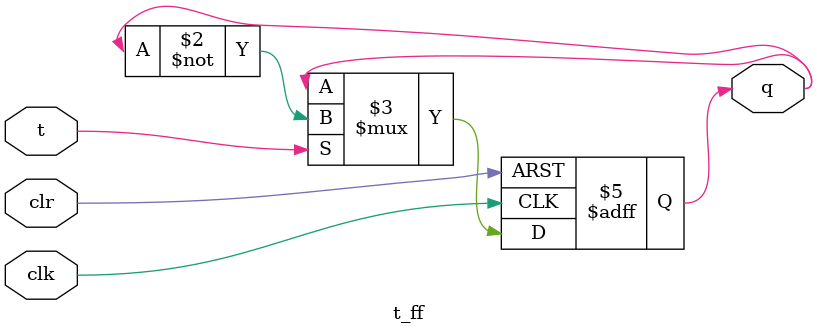
<source format=v>


module t_ff
	(input  t, clk, clr,
	 output reg q);
	 
	always@(posedge clk or posedge clr) begin
		if (clr)    q <= 0;
		else if (t) q <= ~ q;
		
	end
endmodule

</source>
